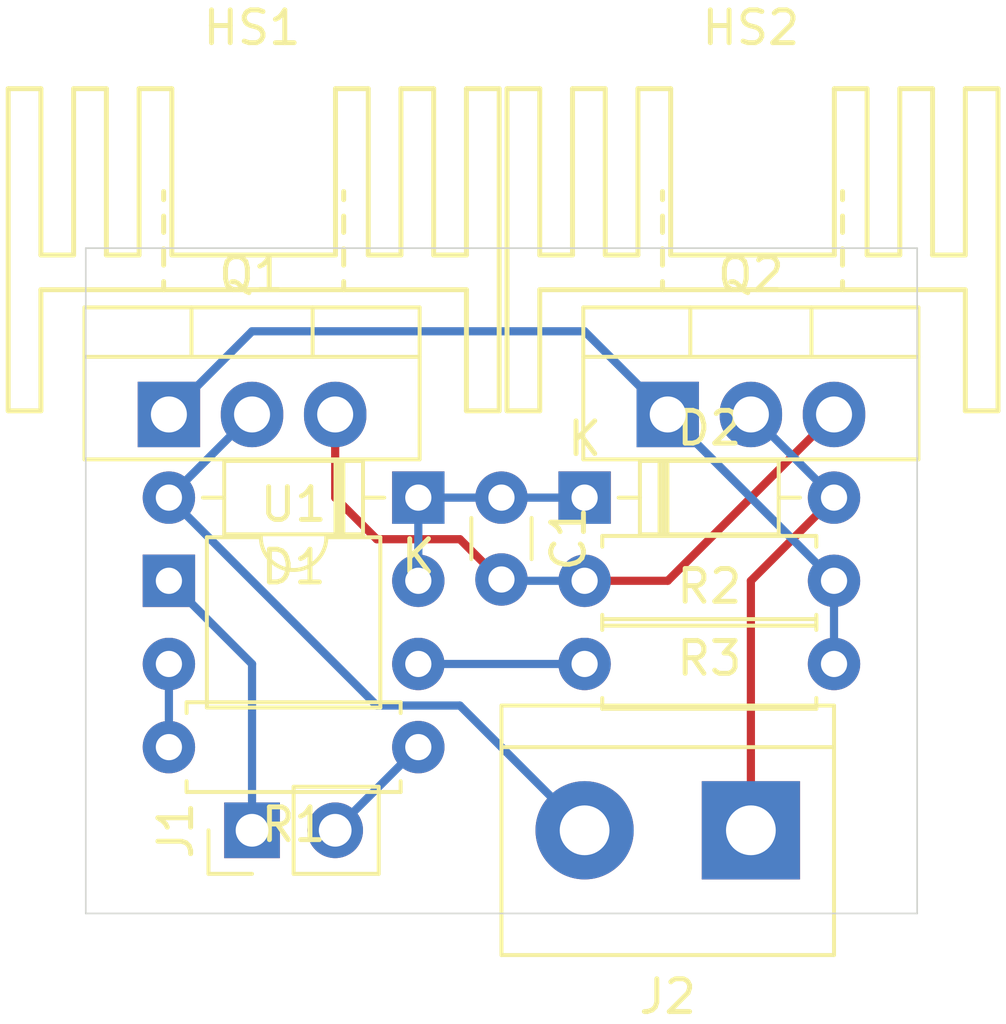
<source format=kicad_pcb>
(kicad_pcb (version 20171130) (host pcbnew "(5.1.4)-1")

  (general
    (thickness 1.6)
    (drawings 4)
    (tracks 31)
    (zones 0)
    (modules 13)
    (nets 10)
  )

  (page A4)
  (layers
    (0 F.Cu signal)
    (31 B.Cu signal)
    (32 B.Adhes user)
    (33 F.Adhes user)
    (34 B.Paste user)
    (35 F.Paste user)
    (36 B.SilkS user)
    (37 F.SilkS user)
    (38 B.Mask user)
    (39 F.Mask user)
    (40 Dwgs.User user)
    (41 Cmts.User user)
    (42 Eco1.User user)
    (43 Eco2.User user)
    (44 Edge.Cuts user)
    (45 Margin user)
    (46 B.CrtYd user)
    (47 F.CrtYd user)
    (48 B.Fab user)
    (49 F.Fab user)
  )

  (setup
    (last_trace_width 0.25)
    (trace_clearance 0.2)
    (zone_clearance 0.508)
    (zone_45_only no)
    (trace_min 0.2)
    (via_size 0.8)
    (via_drill 0.4)
    (via_min_size 0.4)
    (via_min_drill 0.3)
    (uvia_size 0.3)
    (uvia_drill 0.1)
    (uvias_allowed no)
    (uvia_min_size 0.2)
    (uvia_min_drill 0.1)
    (edge_width 0.05)
    (segment_width 0.2)
    (pcb_text_width 0.3)
    (pcb_text_size 1.5 1.5)
    (mod_edge_width 0.12)
    (mod_text_size 1 1)
    (mod_text_width 0.15)
    (pad_size 1.524 1.524)
    (pad_drill 0.762)
    (pad_to_mask_clearance 0.051)
    (solder_mask_min_width 0.25)
    (aux_axis_origin 0 0)
    (visible_elements 7FFFFFFF)
    (pcbplotparams
      (layerselection 0x010fc_ffffffff)
      (usegerberextensions false)
      (usegerberattributes false)
      (usegerberadvancedattributes false)
      (creategerberjobfile false)
      (excludeedgelayer true)
      (linewidth 0.100000)
      (plotframeref false)
      (viasonmask false)
      (mode 1)
      (useauxorigin false)
      (hpglpennumber 1)
      (hpglpenspeed 20)
      (hpglpendiameter 15.000000)
      (psnegative false)
      (psa4output false)
      (plotreference true)
      (plotvalue true)
      (plotinvisibletext false)
      (padsonsilk false)
      (subtractmaskfromsilk false)
      (outputformat 1)
      (mirror false)
      (drillshape 1)
      (scaleselection 1)
      (outputdirectory ""))
  )

  (net 0 "")
  (net 1 "Net-(R1-Pad2)")
  (net 2 "Net-(C1-Pad2)")
  (net 3 "Net-(C1-Pad1)")
  (net 4 /Output1)
  (net 5 /Output2)
  (net 6 /Input-)
  (net 7 /Input+)
  (net 8 "Net-(R2-Pad1)")
  (net 9 "Net-(Q1-Pad1)")

  (net_class Default "This is the default net class."
    (clearance 0.2)
    (trace_width 0.25)
    (via_dia 0.8)
    (via_drill 0.4)
    (uvia_dia 0.3)
    (uvia_drill 0.1)
    (add_net /Input+)
    (add_net /Input-)
    (add_net /Output1)
    (add_net /Output2)
    (add_net "Net-(C1-Pad1)")
    (add_net "Net-(C1-Pad2)")
    (add_net "Net-(Q1-Pad1)")
    (add_net "Net-(R1-Pad2)")
    (add_net "Net-(R2-Pad1)")
  )

  (module Capacitor_THT:C_Disc_D3.0mm_W1.6mm_P2.50mm (layer F.Cu) (tedit 5AE50EF0) (tstamp 5F2B85E8)
    (at 73.66 50.8 270)
    (descr "C, Disc series, Radial, pin pitch=2.50mm, , diameter*width=3.0*1.6mm^2, Capacitor, http://www.vishay.com/docs/45233/krseries.pdf")
    (tags "C Disc series Radial pin pitch 2.50mm  diameter 3.0mm width 1.6mm Capacitor")
    (path /5F54C315)
    (fp_text reference C1 (at 1.25 -2.05 90) (layer F.SilkS)
      (effects (font (size 1 1) (thickness 0.15)))
    )
    (fp_text value 0.1uF (at 1.25 2.05 90) (layer F.Fab)
      (effects (font (size 1 1) (thickness 0.15)))
    )
    (fp_text user %R (at 1.25 0 90) (layer F.Fab)
      (effects (font (size 0.6 0.6) (thickness 0.09)))
    )
    (fp_line (start 3.55 -1.05) (end -1.05 -1.05) (layer F.CrtYd) (width 0.05))
    (fp_line (start 3.55 1.05) (end 3.55 -1.05) (layer F.CrtYd) (width 0.05))
    (fp_line (start -1.05 1.05) (end 3.55 1.05) (layer F.CrtYd) (width 0.05))
    (fp_line (start -1.05 -1.05) (end -1.05 1.05) (layer F.CrtYd) (width 0.05))
    (fp_line (start 0.621 0.92) (end 1.879 0.92) (layer F.SilkS) (width 0.12))
    (fp_line (start 0.621 -0.92) (end 1.879 -0.92) (layer F.SilkS) (width 0.12))
    (fp_line (start 2.75 -0.8) (end -0.25 -0.8) (layer F.Fab) (width 0.1))
    (fp_line (start 2.75 0.8) (end 2.75 -0.8) (layer F.Fab) (width 0.1))
    (fp_line (start -0.25 0.8) (end 2.75 0.8) (layer F.Fab) (width 0.1))
    (fp_line (start -0.25 -0.8) (end -0.25 0.8) (layer F.Fab) (width 0.1))
    (pad 2 thru_hole circle (at 2.5 0 270) (size 1.6 1.6) (drill 0.8) (layers *.Cu *.Mask)
      (net 2 "Net-(C1-Pad2)"))
    (pad 1 thru_hole circle (at 0 0 270) (size 1.6 1.6) (drill 0.8) (layers *.Cu *.Mask)
      (net 3 "Net-(C1-Pad1)"))
    (model ${KISYS3DMOD}/Capacitor_THT.3dshapes/C_Disc_D3.0mm_W1.6mm_P2.50mm.wrl
      (at (xyz 0 0 0))
      (scale (xyz 1 1 1))
      (rotate (xyz 0 0 0))
    )
  )

  (module Package_TO_SOT_THT:TO-220-3_Vertical (layer F.Cu) (tedit 5AC8BA0D) (tstamp 5F2A22A5)
    (at 63.5 48.26)
    (descr "TO-220-3, Vertical, RM 2.54mm, see https://www.vishay.com/docs/66542/to-220-1.pdf")
    (tags "TO-220-3 Vertical RM 2.54mm")
    (path /5E28A0C2)
    (fp_text reference Q1 (at 2.54 -4.27) (layer F.SilkS)
      (effects (font (size 1 1) (thickness 0.15)))
    )
    (fp_text value RFP30N06LE (at 2.54 2.5) (layer F.Fab)
      (effects (font (size 1 1) (thickness 0.15)))
    )
    (fp_text user %R (at 2.54 -4.27) (layer F.Fab)
      (effects (font (size 1 1) (thickness 0.15)))
    )
    (fp_line (start 7.79 -3.4) (end -2.71 -3.4) (layer F.CrtYd) (width 0.05))
    (fp_line (start 7.79 1.51) (end 7.79 -3.4) (layer F.CrtYd) (width 0.05))
    (fp_line (start -2.71 1.51) (end 7.79 1.51) (layer F.CrtYd) (width 0.05))
    (fp_line (start -2.71 -3.4) (end -2.71 1.51) (layer F.CrtYd) (width 0.05))
    (fp_line (start 4.391 -3.27) (end 4.391 -1.76) (layer F.SilkS) (width 0.12))
    (fp_line (start 0.69 -3.27) (end 0.69 -1.76) (layer F.SilkS) (width 0.12))
    (fp_line (start -2.58 -1.76) (end 7.66 -1.76) (layer F.SilkS) (width 0.12))
    (fp_line (start 7.66 -3.27) (end 7.66 1.371) (layer F.SilkS) (width 0.12))
    (fp_line (start -2.58 -3.27) (end -2.58 1.371) (layer F.SilkS) (width 0.12))
    (fp_line (start -2.58 1.371) (end 7.66 1.371) (layer F.SilkS) (width 0.12))
    (fp_line (start -2.58 -3.27) (end 7.66 -3.27) (layer F.SilkS) (width 0.12))
    (fp_line (start 4.39 -3.15) (end 4.39 -1.88) (layer F.Fab) (width 0.1))
    (fp_line (start 0.69 -3.15) (end 0.69 -1.88) (layer F.Fab) (width 0.1))
    (fp_line (start -2.46 -1.88) (end 7.54 -1.88) (layer F.Fab) (width 0.1))
    (fp_line (start 7.54 -3.15) (end -2.46 -3.15) (layer F.Fab) (width 0.1))
    (fp_line (start 7.54 1.25) (end 7.54 -3.15) (layer F.Fab) (width 0.1))
    (fp_line (start -2.46 1.25) (end 7.54 1.25) (layer F.Fab) (width 0.1))
    (fp_line (start -2.46 -3.15) (end -2.46 1.25) (layer F.Fab) (width 0.1))
    (pad 3 thru_hole oval (at 5.08 0) (size 1.905 2) (drill 1.1) (layers *.Cu *.Mask)
      (net 2 "Net-(C1-Pad2)"))
    (pad 2 thru_hole oval (at 2.54 0) (size 1.905 2) (drill 1.1) (layers *.Cu *.Mask)
      (net 4 /Output1))
    (pad 1 thru_hole rect (at 0 0) (size 1.905 2) (drill 1.1) (layers *.Cu *.Mask)
      (net 9 "Net-(Q1-Pad1)"))
    (model ${KISYS3DMOD}/Package_TO_SOT_THT.3dshapes/TO-220-3_Vertical.wrl
      (at (xyz 0 0 0))
      (scale (xyz 1 1 1))
      (rotate (xyz 0 0 0))
    )
  )

  (module Diode_THT:D_DO-35_SOD27_P7.62mm_Horizontal (layer F.Cu) (tedit 5AE50CD5) (tstamp 5F2AFAE6)
    (at 76.2 50.8)
    (descr "Diode, DO-35_SOD27 series, Axial, Horizontal, pin pitch=7.62mm, , length*diameter=4*2mm^2, , http://www.diodes.com/_files/packages/DO-35.pdf")
    (tags "Diode DO-35_SOD27 series Axial Horizontal pin pitch 7.62mm  length 4mm diameter 2mm")
    (path /5F2B15F1)
    (fp_text reference D2 (at 3.81 -2.12) (layer F.SilkS)
      (effects (font (size 1 1) (thickness 0.15)))
    )
    (fp_text value 1N4148 (at 3.81 2.12) (layer F.Fab)
      (effects (font (size 1 1) (thickness 0.15)))
    )
    (fp_text user K (at 0 -1.8) (layer F.SilkS)
      (effects (font (size 1 1) (thickness 0.15)))
    )
    (fp_text user K (at 0 -1.8) (layer F.Fab)
      (effects (font (size 1 1) (thickness 0.15)))
    )
    (fp_text user %R (at 4.11 0) (layer F.Fab)
      (effects (font (size 0.8 0.8) (thickness 0.12)))
    )
    (fp_line (start 8.67 -1.25) (end -1.05 -1.25) (layer F.CrtYd) (width 0.05))
    (fp_line (start 8.67 1.25) (end 8.67 -1.25) (layer F.CrtYd) (width 0.05))
    (fp_line (start -1.05 1.25) (end 8.67 1.25) (layer F.CrtYd) (width 0.05))
    (fp_line (start -1.05 -1.25) (end -1.05 1.25) (layer F.CrtYd) (width 0.05))
    (fp_line (start 2.29 -1.12) (end 2.29 1.12) (layer F.SilkS) (width 0.12))
    (fp_line (start 2.53 -1.12) (end 2.53 1.12) (layer F.SilkS) (width 0.12))
    (fp_line (start 2.41 -1.12) (end 2.41 1.12) (layer F.SilkS) (width 0.12))
    (fp_line (start 6.58 0) (end 5.93 0) (layer F.SilkS) (width 0.12))
    (fp_line (start 1.04 0) (end 1.69 0) (layer F.SilkS) (width 0.12))
    (fp_line (start 5.93 -1.12) (end 1.69 -1.12) (layer F.SilkS) (width 0.12))
    (fp_line (start 5.93 1.12) (end 5.93 -1.12) (layer F.SilkS) (width 0.12))
    (fp_line (start 1.69 1.12) (end 5.93 1.12) (layer F.SilkS) (width 0.12))
    (fp_line (start 1.69 -1.12) (end 1.69 1.12) (layer F.SilkS) (width 0.12))
    (fp_line (start 2.31 -1) (end 2.31 1) (layer F.Fab) (width 0.1))
    (fp_line (start 2.51 -1) (end 2.51 1) (layer F.Fab) (width 0.1))
    (fp_line (start 2.41 -1) (end 2.41 1) (layer F.Fab) (width 0.1))
    (fp_line (start 7.62 0) (end 5.81 0) (layer F.Fab) (width 0.1))
    (fp_line (start 0 0) (end 1.81 0) (layer F.Fab) (width 0.1))
    (fp_line (start 5.81 -1) (end 1.81 -1) (layer F.Fab) (width 0.1))
    (fp_line (start 5.81 1) (end 5.81 -1) (layer F.Fab) (width 0.1))
    (fp_line (start 1.81 1) (end 5.81 1) (layer F.Fab) (width 0.1))
    (fp_line (start 1.81 -1) (end 1.81 1) (layer F.Fab) (width 0.1))
    (pad 2 thru_hole oval (at 7.62 0) (size 1.6 1.6) (drill 0.8) (layers *.Cu *.Mask)
      (net 5 /Output2))
    (pad 1 thru_hole rect (at 0 0) (size 1.6 1.6) (drill 0.8) (layers *.Cu *.Mask)
      (net 3 "Net-(C1-Pad1)"))
    (model ${KISYS3DMOD}/Diode_THT.3dshapes/D_DO-35_SOD27_P7.62mm_Horizontal.wrl
      (at (xyz 0 0 0))
      (scale (xyz 1 1 1))
      (rotate (xyz 0 0 0))
    )
  )

  (module Diode_THT:D_DO-35_SOD27_P7.62mm_Horizontal (layer F.Cu) (tedit 5AE50CD5) (tstamp 5F2AFAC7)
    (at 71.12 50.8 180)
    (descr "Diode, DO-35_SOD27 series, Axial, Horizontal, pin pitch=7.62mm, , length*diameter=4*2mm^2, , http://www.diodes.com/_files/packages/DO-35.pdf")
    (tags "Diode DO-35_SOD27 series Axial Horizontal pin pitch 7.62mm  length 4mm diameter 2mm")
    (path /5F2B4159)
    (fp_text reference D1 (at 3.81 -2.12) (layer F.SilkS)
      (effects (font (size 1 1) (thickness 0.15)))
    )
    (fp_text value 1N4148 (at 3.81 2.12) (layer F.Fab)
      (effects (font (size 1 1) (thickness 0.15)))
    )
    (fp_line (start 1.81 -1) (end 1.81 1) (layer F.Fab) (width 0.1))
    (fp_line (start 1.81 1) (end 5.81 1) (layer F.Fab) (width 0.1))
    (fp_line (start 5.81 1) (end 5.81 -1) (layer F.Fab) (width 0.1))
    (fp_line (start 5.81 -1) (end 1.81 -1) (layer F.Fab) (width 0.1))
    (fp_line (start 0 0) (end 1.81 0) (layer F.Fab) (width 0.1))
    (fp_line (start 7.62 0) (end 5.81 0) (layer F.Fab) (width 0.1))
    (fp_line (start 2.41 -1) (end 2.41 1) (layer F.Fab) (width 0.1))
    (fp_line (start 2.51 -1) (end 2.51 1) (layer F.Fab) (width 0.1))
    (fp_line (start 2.31 -1) (end 2.31 1) (layer F.Fab) (width 0.1))
    (fp_line (start 1.69 -1.12) (end 1.69 1.12) (layer F.SilkS) (width 0.12))
    (fp_line (start 1.69 1.12) (end 5.93 1.12) (layer F.SilkS) (width 0.12))
    (fp_line (start 5.93 1.12) (end 5.93 -1.12) (layer F.SilkS) (width 0.12))
    (fp_line (start 5.93 -1.12) (end 1.69 -1.12) (layer F.SilkS) (width 0.12))
    (fp_line (start 1.04 0) (end 1.69 0) (layer F.SilkS) (width 0.12))
    (fp_line (start 6.58 0) (end 5.93 0) (layer F.SilkS) (width 0.12))
    (fp_line (start 2.41 -1.12) (end 2.41 1.12) (layer F.SilkS) (width 0.12))
    (fp_line (start 2.53 -1.12) (end 2.53 1.12) (layer F.SilkS) (width 0.12))
    (fp_line (start 2.29 -1.12) (end 2.29 1.12) (layer F.SilkS) (width 0.12))
    (fp_line (start -1.05 -1.25) (end -1.05 1.25) (layer F.CrtYd) (width 0.05))
    (fp_line (start -1.05 1.25) (end 8.67 1.25) (layer F.CrtYd) (width 0.05))
    (fp_line (start 8.67 1.25) (end 8.67 -1.25) (layer F.CrtYd) (width 0.05))
    (fp_line (start 8.67 -1.25) (end -1.05 -1.25) (layer F.CrtYd) (width 0.05))
    (fp_text user %R (at 4.11 0) (layer F.Fab)
      (effects (font (size 0.8 0.8) (thickness 0.12)))
    )
    (fp_text user K (at 0 -1.8) (layer F.Fab)
      (effects (font (size 1 1) (thickness 0.15)))
    )
    (fp_text user K (at 0 -1.8) (layer F.SilkS)
      (effects (font (size 1 1) (thickness 0.15)))
    )
    (pad 1 thru_hole rect (at 0 0 180) (size 1.6 1.6) (drill 0.8) (layers *.Cu *.Mask)
      (net 3 "Net-(C1-Pad1)"))
    (pad 2 thru_hole oval (at 7.62 0 180) (size 1.6 1.6) (drill 0.8) (layers *.Cu *.Mask)
      (net 4 /Output1))
    (model ${KISYS3DMOD}/Diode_THT.3dshapes/D_DO-35_SOD27_P7.62mm_Horizontal.wrl
      (at (xyz 0 0 0))
      (scale (xyz 1 1 1))
      (rotate (xyz 0 0 0))
    )
  )

  (module Package_DIP:DIP-4_W7.62mm (layer F.Cu) (tedit 5A02E8C5) (tstamp 5F2A231C)
    (at 63.5 53.34)
    (descr "4-lead though-hole mounted DIP package, row spacing 7.62 mm (300 mils)")
    (tags "THT DIP DIL PDIP 2.54mm 7.62mm 300mil")
    (path /5E1D4E24)
    (fp_text reference U1 (at 3.81 -2.33) (layer F.SilkS)
      (effects (font (size 1 1) (thickness 0.15)))
    )
    (fp_text value PC817 (at 3.81 4.87) (layer F.Fab)
      (effects (font (size 1 1) (thickness 0.15)))
    )
    (fp_arc (start 3.81 -1.33) (end 2.81 -1.33) (angle -180) (layer F.SilkS) (width 0.12))
    (fp_line (start 1.635 -1.27) (end 6.985 -1.27) (layer F.Fab) (width 0.1))
    (fp_line (start 6.985 -1.27) (end 6.985 3.81) (layer F.Fab) (width 0.1))
    (fp_line (start 6.985 3.81) (end 0.635 3.81) (layer F.Fab) (width 0.1))
    (fp_line (start 0.635 3.81) (end 0.635 -0.27) (layer F.Fab) (width 0.1))
    (fp_line (start 0.635 -0.27) (end 1.635 -1.27) (layer F.Fab) (width 0.1))
    (fp_line (start 2.81 -1.33) (end 1.16 -1.33) (layer F.SilkS) (width 0.12))
    (fp_line (start 1.16 -1.33) (end 1.16 3.87) (layer F.SilkS) (width 0.12))
    (fp_line (start 1.16 3.87) (end 6.46 3.87) (layer F.SilkS) (width 0.12))
    (fp_line (start 6.46 3.87) (end 6.46 -1.33) (layer F.SilkS) (width 0.12))
    (fp_line (start 6.46 -1.33) (end 4.81 -1.33) (layer F.SilkS) (width 0.12))
    (fp_line (start -1.1 -1.55) (end -1.1 4.1) (layer F.CrtYd) (width 0.05))
    (fp_line (start -1.1 4.1) (end 8.7 4.1) (layer F.CrtYd) (width 0.05))
    (fp_line (start 8.7 4.1) (end 8.7 -1.55) (layer F.CrtYd) (width 0.05))
    (fp_line (start 8.7 -1.55) (end -1.1 -1.55) (layer F.CrtYd) (width 0.05))
    (fp_text user %R (at 3.81 1.27) (layer F.Fab)
      (effects (font (size 1 1) (thickness 0.15)))
    )
    (pad 1 thru_hole rect (at 0 0) (size 1.6 1.6) (drill 0.8) (layers *.Cu *.Mask)
      (net 7 /Input+))
    (pad 3 thru_hole oval (at 7.62 2.54) (size 1.6 1.6) (drill 0.8) (layers *.Cu *.Mask)
      (net 8 "Net-(R2-Pad1)"))
    (pad 2 thru_hole oval (at 0 2.54) (size 1.6 1.6) (drill 0.8) (layers *.Cu *.Mask)
      (net 1 "Net-(R1-Pad2)"))
    (pad 4 thru_hole oval (at 7.62 0) (size 1.6 1.6) (drill 0.8) (layers *.Cu *.Mask)
      (net 3 "Net-(C1-Pad1)"))
    (model ${KISYS3DMOD}/Package_DIP.3dshapes/DIP-4_W7.62mm.wrl
      (at (xyz 0 0 0))
      (scale (xyz 1 1 1))
      (rotate (xyz 0 0 0))
    )
  )

  (module Resistor_THT:R_Axial_DIN0207_L6.3mm_D2.5mm_P7.62mm_Horizontal (layer F.Cu) (tedit 5AE5139B) (tstamp 5F2A2304)
    (at 83.82 53.34 180)
    (descr "Resistor, Axial_DIN0207 series, Axial, Horizontal, pin pitch=7.62mm, 0.25W = 1/4W, length*diameter=6.3*2.5mm^2, http://cdn-reichelt.de/documents/datenblatt/B400/1_4W%23YAG.pdf")
    (tags "Resistor Axial_DIN0207 series Axial Horizontal pin pitch 7.62mm 0.25W = 1/4W length 6.3mm diameter 2.5mm")
    (path /5E23BD53)
    (fp_text reference R3 (at 3.81 -2.37) (layer F.SilkS)
      (effects (font (size 1 1) (thickness 0.15)))
    )
    (fp_text value 10K (at 3.81 2.37) (layer F.Fab)
      (effects (font (size 1 1) (thickness 0.15)))
    )
    (fp_line (start 0.66 -1.25) (end 0.66 1.25) (layer F.Fab) (width 0.1))
    (fp_line (start 0.66 1.25) (end 6.96 1.25) (layer F.Fab) (width 0.1))
    (fp_line (start 6.96 1.25) (end 6.96 -1.25) (layer F.Fab) (width 0.1))
    (fp_line (start 6.96 -1.25) (end 0.66 -1.25) (layer F.Fab) (width 0.1))
    (fp_line (start 0 0) (end 0.66 0) (layer F.Fab) (width 0.1))
    (fp_line (start 7.62 0) (end 6.96 0) (layer F.Fab) (width 0.1))
    (fp_line (start 0.54 -1.04) (end 0.54 -1.37) (layer F.SilkS) (width 0.12))
    (fp_line (start 0.54 -1.37) (end 7.08 -1.37) (layer F.SilkS) (width 0.12))
    (fp_line (start 7.08 -1.37) (end 7.08 -1.04) (layer F.SilkS) (width 0.12))
    (fp_line (start 0.54 1.04) (end 0.54 1.37) (layer F.SilkS) (width 0.12))
    (fp_line (start 0.54 1.37) (end 7.08 1.37) (layer F.SilkS) (width 0.12))
    (fp_line (start 7.08 1.37) (end 7.08 1.04) (layer F.SilkS) (width 0.12))
    (fp_line (start -1.05 -1.5) (end -1.05 1.5) (layer F.CrtYd) (width 0.05))
    (fp_line (start -1.05 1.5) (end 8.67 1.5) (layer F.CrtYd) (width 0.05))
    (fp_line (start 8.67 1.5) (end 8.67 -1.5) (layer F.CrtYd) (width 0.05))
    (fp_line (start 8.67 -1.5) (end -1.05 -1.5) (layer F.CrtYd) (width 0.05))
    (fp_text user %R (at 3.81 0) (layer F.Fab)
      (effects (font (size 1 1) (thickness 0.15)))
    )
    (pad 1 thru_hole circle (at 0 0 180) (size 1.6 1.6) (drill 0.8) (layers *.Cu *.Mask)
      (net 9 "Net-(Q1-Pad1)"))
    (pad 2 thru_hole oval (at 7.62 0 180) (size 1.6 1.6) (drill 0.8) (layers *.Cu *.Mask)
      (net 2 "Net-(C1-Pad2)"))
    (model ${KISYS3DMOD}/Resistor_THT.3dshapes/R_Axial_DIN0207_L6.3mm_D2.5mm_P7.62mm_Horizontal.wrl
      (at (xyz 0 0 0))
      (scale (xyz 1 1 1))
      (rotate (xyz 0 0 0))
    )
  )

  (module Resistor_THT:R_Axial_DIN0207_L6.3mm_D2.5mm_P7.62mm_Horizontal (layer F.Cu) (tedit 5AE5139B) (tstamp 5F2A22ED)
    (at 76.2 55.88)
    (descr "Resistor, Axial_DIN0207 series, Axial, Horizontal, pin pitch=7.62mm, 0.25W = 1/4W, length*diameter=6.3*2.5mm^2, http://cdn-reichelt.de/documents/datenblatt/B400/1_4W%23YAG.pdf")
    (tags "Resistor Axial_DIN0207 series Axial Horizontal pin pitch 7.62mm 0.25W = 1/4W length 6.3mm diameter 2.5mm")
    (path /5F4C3498)
    (fp_text reference R2 (at 3.81 -2.37) (layer F.SilkS)
      (effects (font (size 1 1) (thickness 0.15)))
    )
    (fp_text value 10K (at 3.81 2.37) (layer F.Fab)
      (effects (font (size 1 1) (thickness 0.15)))
    )
    (fp_text user %R (at 3.81 0) (layer F.Fab)
      (effects (font (size 1 1) (thickness 0.15)))
    )
    (fp_line (start 8.67 -1.5) (end -1.05 -1.5) (layer F.CrtYd) (width 0.05))
    (fp_line (start 8.67 1.5) (end 8.67 -1.5) (layer F.CrtYd) (width 0.05))
    (fp_line (start -1.05 1.5) (end 8.67 1.5) (layer F.CrtYd) (width 0.05))
    (fp_line (start -1.05 -1.5) (end -1.05 1.5) (layer F.CrtYd) (width 0.05))
    (fp_line (start 7.08 1.37) (end 7.08 1.04) (layer F.SilkS) (width 0.12))
    (fp_line (start 0.54 1.37) (end 7.08 1.37) (layer F.SilkS) (width 0.12))
    (fp_line (start 0.54 1.04) (end 0.54 1.37) (layer F.SilkS) (width 0.12))
    (fp_line (start 7.08 -1.37) (end 7.08 -1.04) (layer F.SilkS) (width 0.12))
    (fp_line (start 0.54 -1.37) (end 7.08 -1.37) (layer F.SilkS) (width 0.12))
    (fp_line (start 0.54 -1.04) (end 0.54 -1.37) (layer F.SilkS) (width 0.12))
    (fp_line (start 7.62 0) (end 6.96 0) (layer F.Fab) (width 0.1))
    (fp_line (start 0 0) (end 0.66 0) (layer F.Fab) (width 0.1))
    (fp_line (start 6.96 -1.25) (end 0.66 -1.25) (layer F.Fab) (width 0.1))
    (fp_line (start 6.96 1.25) (end 6.96 -1.25) (layer F.Fab) (width 0.1))
    (fp_line (start 0.66 1.25) (end 6.96 1.25) (layer F.Fab) (width 0.1))
    (fp_line (start 0.66 -1.25) (end 0.66 1.25) (layer F.Fab) (width 0.1))
    (pad 2 thru_hole oval (at 7.62 0) (size 1.6 1.6) (drill 0.8) (layers *.Cu *.Mask)
      (net 9 "Net-(Q1-Pad1)"))
    (pad 1 thru_hole circle (at 0 0) (size 1.6 1.6) (drill 0.8) (layers *.Cu *.Mask)
      (net 8 "Net-(R2-Pad1)"))
    (model ${KISYS3DMOD}/Resistor_THT.3dshapes/R_Axial_DIN0207_L6.3mm_D2.5mm_P7.62mm_Horizontal.wrl
      (at (xyz 0 0 0))
      (scale (xyz 1 1 1))
      (rotate (xyz 0 0 0))
    )
  )

  (module Resistor_THT:R_Axial_DIN0207_L6.3mm_D2.5mm_P7.62mm_Horizontal (layer F.Cu) (tedit 5AE5139B) (tstamp 5F2A22D6)
    (at 71.12 58.42 180)
    (descr "Resistor, Axial_DIN0207 series, Axial, Horizontal, pin pitch=7.62mm, 0.25W = 1/4W, length*diameter=6.3*2.5mm^2, http://cdn-reichelt.de/documents/datenblatt/B400/1_4W%23YAG.pdf")
    (tags "Resistor Axial_DIN0207 series Axial Horizontal pin pitch 7.62mm 0.25W = 1/4W length 6.3mm diameter 2.5mm")
    (path /5E0DC36B)
    (fp_text reference R1 (at 3.81 -2.37) (layer F.SilkS)
      (effects (font (size 1 1) (thickness 0.15)))
    )
    (fp_text value 1K (at 3.81 2.37) (layer F.Fab)
      (effects (font (size 1 1) (thickness 0.15)))
    )
    (fp_text user %R (at 3.81 0) (layer F.Fab)
      (effects (font (size 1 1) (thickness 0.15)))
    )
    (fp_line (start 8.67 -1.5) (end -1.05 -1.5) (layer F.CrtYd) (width 0.05))
    (fp_line (start 8.67 1.5) (end 8.67 -1.5) (layer F.CrtYd) (width 0.05))
    (fp_line (start -1.05 1.5) (end 8.67 1.5) (layer F.CrtYd) (width 0.05))
    (fp_line (start -1.05 -1.5) (end -1.05 1.5) (layer F.CrtYd) (width 0.05))
    (fp_line (start 7.08 1.37) (end 7.08 1.04) (layer F.SilkS) (width 0.12))
    (fp_line (start 0.54 1.37) (end 7.08 1.37) (layer F.SilkS) (width 0.12))
    (fp_line (start 0.54 1.04) (end 0.54 1.37) (layer F.SilkS) (width 0.12))
    (fp_line (start 7.08 -1.37) (end 7.08 -1.04) (layer F.SilkS) (width 0.12))
    (fp_line (start 0.54 -1.37) (end 7.08 -1.37) (layer F.SilkS) (width 0.12))
    (fp_line (start 0.54 -1.04) (end 0.54 -1.37) (layer F.SilkS) (width 0.12))
    (fp_line (start 7.62 0) (end 6.96 0) (layer F.Fab) (width 0.1))
    (fp_line (start 0 0) (end 0.66 0) (layer F.Fab) (width 0.1))
    (fp_line (start 6.96 -1.25) (end 0.66 -1.25) (layer F.Fab) (width 0.1))
    (fp_line (start 6.96 1.25) (end 6.96 -1.25) (layer F.Fab) (width 0.1))
    (fp_line (start 0.66 1.25) (end 6.96 1.25) (layer F.Fab) (width 0.1))
    (fp_line (start 0.66 -1.25) (end 0.66 1.25) (layer F.Fab) (width 0.1))
    (pad 2 thru_hole oval (at 7.62 0 180) (size 1.6 1.6) (drill 0.8) (layers *.Cu *.Mask)
      (net 1 "Net-(R1-Pad2)"))
    (pad 1 thru_hole circle (at 0 0 180) (size 1.6 1.6) (drill 0.8) (layers *.Cu *.Mask)
      (net 6 /Input-))
    (model ${KISYS3DMOD}/Resistor_THT.3dshapes/R_Axial_DIN0207_L6.3mm_D2.5mm_P7.62mm_Horizontal.wrl
      (at (xyz 0 0 0))
      (scale (xyz 1 1 1))
      (rotate (xyz 0 0 0))
    )
  )

  (module Package_TO_SOT_THT:TO-220-3_Vertical (layer F.Cu) (tedit 5AC8BA0D) (tstamp 5F2A22BF)
    (at 78.74 48.26)
    (descr "TO-220-3, Vertical, RM 2.54mm, see https://www.vishay.com/docs/66542/to-220-1.pdf")
    (tags "TO-220-3 Vertical RM 2.54mm")
    (path /5E284FCA)
    (fp_text reference Q2 (at 2.54 -4.27) (layer F.SilkS)
      (effects (font (size 1 1) (thickness 0.15)))
    )
    (fp_text value RFP30N06LE (at 2.54 2.5) (layer F.Fab)
      (effects (font (size 1 1) (thickness 0.15)))
    )
    (fp_text user %R (at 2.54 -4.27) (layer F.Fab)
      (effects (font (size 1 1) (thickness 0.15)))
    )
    (fp_line (start 7.79 -3.4) (end -2.71 -3.4) (layer F.CrtYd) (width 0.05))
    (fp_line (start 7.79 1.51) (end 7.79 -3.4) (layer F.CrtYd) (width 0.05))
    (fp_line (start -2.71 1.51) (end 7.79 1.51) (layer F.CrtYd) (width 0.05))
    (fp_line (start -2.71 -3.4) (end -2.71 1.51) (layer F.CrtYd) (width 0.05))
    (fp_line (start 4.391 -3.27) (end 4.391 -1.76) (layer F.SilkS) (width 0.12))
    (fp_line (start 0.69 -3.27) (end 0.69 -1.76) (layer F.SilkS) (width 0.12))
    (fp_line (start -2.58 -1.76) (end 7.66 -1.76) (layer F.SilkS) (width 0.12))
    (fp_line (start 7.66 -3.27) (end 7.66 1.371) (layer F.SilkS) (width 0.12))
    (fp_line (start -2.58 -3.27) (end -2.58 1.371) (layer F.SilkS) (width 0.12))
    (fp_line (start -2.58 1.371) (end 7.66 1.371) (layer F.SilkS) (width 0.12))
    (fp_line (start -2.58 -3.27) (end 7.66 -3.27) (layer F.SilkS) (width 0.12))
    (fp_line (start 4.39 -3.15) (end 4.39 -1.88) (layer F.Fab) (width 0.1))
    (fp_line (start 0.69 -3.15) (end 0.69 -1.88) (layer F.Fab) (width 0.1))
    (fp_line (start -2.46 -1.88) (end 7.54 -1.88) (layer F.Fab) (width 0.1))
    (fp_line (start 7.54 -3.15) (end -2.46 -3.15) (layer F.Fab) (width 0.1))
    (fp_line (start 7.54 1.25) (end 7.54 -3.15) (layer F.Fab) (width 0.1))
    (fp_line (start -2.46 1.25) (end 7.54 1.25) (layer F.Fab) (width 0.1))
    (fp_line (start -2.46 -3.15) (end -2.46 1.25) (layer F.Fab) (width 0.1))
    (pad 3 thru_hole oval (at 5.08 0) (size 1.905 2) (drill 1.1) (layers *.Cu *.Mask)
      (net 2 "Net-(C1-Pad2)"))
    (pad 2 thru_hole oval (at 2.54 0) (size 1.905 2) (drill 1.1) (layers *.Cu *.Mask)
      (net 5 /Output2))
    (pad 1 thru_hole rect (at 0 0) (size 1.905 2) (drill 1.1) (layers *.Cu *.Mask)
      (net 9 "Net-(Q1-Pad1)"))
    (model ${KISYS3DMOD}/Package_TO_SOT_THT.3dshapes/TO-220-3_Vertical.wrl
      (at (xyz 0 0 0))
      (scale (xyz 1 1 1))
      (rotate (xyz 0 0 0))
    )
  )

  (module TerminalBlock:TerminalBlock_bornier-2_P5.08mm (layer F.Cu) (tedit 59FF03AB) (tstamp 5F2A228B)
    (at 81.28 60.96 180)
    (descr "simple 2-pin terminal block, pitch 5.08mm, revamped version of bornier2")
    (tags "terminal block bornier2")
    (path /5E0F4C5B)
    (fp_text reference J2 (at 2.54 -5.08) (layer F.SilkS)
      (effects (font (size 1 1) (thickness 0.15)))
    )
    (fp_text value Output (at 2.54 5.08) (layer F.Fab)
      (effects (font (size 1 1) (thickness 0.15)))
    )
    (fp_text user %R (at 2.54 0) (layer F.Fab)
      (effects (font (size 1 1) (thickness 0.15)))
    )
    (fp_line (start -2.41 2.55) (end 7.49 2.55) (layer F.Fab) (width 0.1))
    (fp_line (start -2.46 -3.75) (end -2.46 3.75) (layer F.Fab) (width 0.1))
    (fp_line (start -2.46 3.75) (end 7.54 3.75) (layer F.Fab) (width 0.1))
    (fp_line (start 7.54 3.75) (end 7.54 -3.75) (layer F.Fab) (width 0.1))
    (fp_line (start 7.54 -3.75) (end -2.46 -3.75) (layer F.Fab) (width 0.1))
    (fp_line (start 7.62 2.54) (end -2.54 2.54) (layer F.SilkS) (width 0.12))
    (fp_line (start 7.62 3.81) (end 7.62 -3.81) (layer F.SilkS) (width 0.12))
    (fp_line (start 7.62 -3.81) (end -2.54 -3.81) (layer F.SilkS) (width 0.12))
    (fp_line (start -2.54 -3.81) (end -2.54 3.81) (layer F.SilkS) (width 0.12))
    (fp_line (start -2.54 3.81) (end 7.62 3.81) (layer F.SilkS) (width 0.12))
    (fp_line (start -2.71 -4) (end 7.79 -4) (layer F.CrtYd) (width 0.05))
    (fp_line (start -2.71 -4) (end -2.71 4) (layer F.CrtYd) (width 0.05))
    (fp_line (start 7.79 4) (end 7.79 -4) (layer F.CrtYd) (width 0.05))
    (fp_line (start 7.79 4) (end -2.71 4) (layer F.CrtYd) (width 0.05))
    (pad 1 thru_hole rect (at 0 0 180) (size 3 3) (drill 1.52) (layers *.Cu *.Mask)
      (net 5 /Output2))
    (pad 2 thru_hole circle (at 5.08 0 180) (size 3 3) (drill 1.52) (layers *.Cu *.Mask)
      (net 4 /Output1))
    (model ${KISYS3DMOD}/TerminalBlock.3dshapes/TerminalBlock_bornier-2_P5.08mm.wrl
      (offset (xyz 2.539999961853027 0 0))
      (scale (xyz 1 1 1))
      (rotate (xyz 0 0 0))
    )
  )

  (module Connector_PinHeader_2.54mm:PinHeader_1x02_P2.54mm_Vertical (layer F.Cu) (tedit 59FED5CC) (tstamp 5F2A2276)
    (at 66.04 60.96 90)
    (descr "Through hole straight pin header, 1x02, 2.54mm pitch, single row")
    (tags "Through hole pin header THT 1x02 2.54mm single row")
    (path /5E0F7ADE)
    (fp_text reference J1 (at 0 -2.33 90) (layer F.SilkS)
      (effects (font (size 1 1) (thickness 0.15)))
    )
    (fp_text value Input (at 0 4.87 90) (layer F.Fab)
      (effects (font (size 1 1) (thickness 0.15)))
    )
    (fp_text user %R (at 0 1.27) (layer F.Fab)
      (effects (font (size 1 1) (thickness 0.15)))
    )
    (fp_line (start 1.8 -1.8) (end -1.8 -1.8) (layer F.CrtYd) (width 0.05))
    (fp_line (start 1.8 4.35) (end 1.8 -1.8) (layer F.CrtYd) (width 0.05))
    (fp_line (start -1.8 4.35) (end 1.8 4.35) (layer F.CrtYd) (width 0.05))
    (fp_line (start -1.8 -1.8) (end -1.8 4.35) (layer F.CrtYd) (width 0.05))
    (fp_line (start -1.33 -1.33) (end 0 -1.33) (layer F.SilkS) (width 0.12))
    (fp_line (start -1.33 0) (end -1.33 -1.33) (layer F.SilkS) (width 0.12))
    (fp_line (start -1.33 1.27) (end 1.33 1.27) (layer F.SilkS) (width 0.12))
    (fp_line (start 1.33 1.27) (end 1.33 3.87) (layer F.SilkS) (width 0.12))
    (fp_line (start -1.33 1.27) (end -1.33 3.87) (layer F.SilkS) (width 0.12))
    (fp_line (start -1.33 3.87) (end 1.33 3.87) (layer F.SilkS) (width 0.12))
    (fp_line (start -1.27 -0.635) (end -0.635 -1.27) (layer F.Fab) (width 0.1))
    (fp_line (start -1.27 3.81) (end -1.27 -0.635) (layer F.Fab) (width 0.1))
    (fp_line (start 1.27 3.81) (end -1.27 3.81) (layer F.Fab) (width 0.1))
    (fp_line (start 1.27 -1.27) (end 1.27 3.81) (layer F.Fab) (width 0.1))
    (fp_line (start -0.635 -1.27) (end 1.27 -1.27) (layer F.Fab) (width 0.1))
    (pad 2 thru_hole oval (at 0 2.54 90) (size 1.7 1.7) (drill 1) (layers *.Cu *.Mask)
      (net 6 /Input-))
    (pad 1 thru_hole rect (at 0 0 90) (size 1.7 1.7) (drill 1) (layers *.Cu *.Mask)
      (net 7 /Input+))
    (model ${KISYS3DMOD}/Connector_PinHeader_2.54mm.3dshapes/PinHeader_1x02_P2.54mm_Vertical.wrl
      (at (xyz 0 0 0))
      (scale (xyz 1 1 1))
      (rotate (xyz 0 0 0))
    )
  )

  (module Power:Heatsink_TO220_15x10mm (layer F.Cu) (tedit 5E462F9E) (tstamp 5F2A2260)
    (at 81.28 44.45)
    (descr "Heatsink TO220")
    (tags heatsink)
    (path /5E47E6AC)
    (fp_text reference HS2 (at 0 -8) (layer F.SilkS)
      (effects (font (size 1 1) (thickness 0.15)))
    )
    (fp_text value Heatsink (at 0 6) (layer F.Fab)
      (effects (font (size 1 1) (thickness 0.15)))
    )
    (fp_text user %R (at 0 2) (layer F.Fab)
      (effects (font (size 1 1) (thickness 0.15)))
    )
    (fp_line (start 2.8 -2.75) (end 2.8 -3) (layer F.SilkS) (width 0.15))
    (fp_line (start -2.7 -2.75) (end -2.7 -3) (layer F.SilkS) (width 0.15))
    (fp_line (start -2.7 -0.25) (end -2.7 0) (layer F.SilkS) (width 0.15))
    (fp_line (start 2.8 -0.25) (end 2.8 0) (layer F.SilkS) (width 0.15))
    (fp_line (start 2.8 -1.25) (end 2.8 -0.75) (layer F.SilkS) (width 0.15))
    (fp_line (start 2.8 -2.25) (end 2.8 -1.75) (layer F.SilkS) (width 0.15))
    (fp_line (start -2.7 -1.25) (end -2.7 -0.75) (layer F.SilkS) (width 0.15))
    (fp_line (start -2.7 -2.25) (end -2.7 -1.75) (layer F.SilkS) (width 0.15))
    (fp_line (start -6.45 -1.06) (end -5.45 -1.06) (layer F.SilkS) (width 0.15))
    (fp_line (start -7.45 -6.14) (end -6.45 -6.14) (layer F.SilkS) (width 0.15))
    (fp_line (start -7.45 -6.14) (end -7.45 3.7) (layer F.SilkS) (width 0.15))
    (fp_line (start -6.45 -6.14) (end -6.45 -1.06) (layer F.SilkS) (width 0.15))
    (fp_line (start -7.65 3.9) (end -7.65 -6.35) (layer F.Fab) (width 0.1))
    (fp_line (start -7.65 -6.35) (end -6.25 -6.35) (layer F.Fab) (width 0.1))
    (fp_line (start -6.25 -6.35) (end -6.25 -1.25) (layer F.Fab) (width 0.1))
    (fp_line (start -6.25 -1.25) (end -5.65 -1.25) (layer F.Fab) (width 0.1))
    (fp_line (start -5.45 -6.14) (end -5.45 -1.06) (layer F.SilkS) (width 0.15))
    (fp_line (start -4.45 -6.14) (end -4.45 -1.06) (layer F.SilkS) (width 0.15))
    (fp_line (start -4.25 -6.35) (end -4.25 -1.25) (layer F.Fab) (width 0.1))
    (fp_line (start -5.65 -6.35) (end -4.25 -6.35) (layer F.Fab) (width 0.1))
    (fp_line (start -5.65 -1.25) (end -5.65 -6.35) (layer F.Fab) (width 0.1))
    (fp_line (start -5.45 -6.14) (end -4.45 -6.14) (layer F.SilkS) (width 0.15))
    (fp_line (start -4.45 -1.06) (end -3.45 -1.06) (layer F.SilkS) (width 0.15))
    (fp_line (start -4.25 -1.25) (end -3.65 -1.25) (layer F.Fab) (width 0.1))
    (fp_line (start -3.45 -6.14) (end -3.45 -1.06) (layer F.SilkS) (width 0.15))
    (fp_line (start -3.65 -6.35) (end -2.25 -6.35) (layer F.Fab) (width 0.1))
    (fp_line (start -2.45 -6.14) (end -2.45 -1.06) (layer F.SilkS) (width 0.15))
    (fp_line (start -2.25 -6.35) (end -2.25 -1.25) (layer F.Fab) (width 0.1))
    (fp_line (start -3.45 -6.14) (end -2.45 -6.14) (layer F.SilkS) (width 0.15))
    (fp_line (start -3.65 -1.25) (end -3.65 -6.35) (layer F.Fab) (width 0.1))
    (fp_line (start -2.45 -1.06) (end 2.55 -1.06) (layer F.SilkS) (width 0.15))
    (fp_line (start -2.25 -1.25) (end 2.35 -1.25) (layer F.Fab) (width 0.1))
    (fp_line (start 2.55 -6.14) (end 2.55 -1.06) (layer F.SilkS) (width 0.15))
    (fp_line (start 2.35 -1.25) (end 2.35 -6.35) (layer F.Fab) (width 0.1))
    (fp_line (start 2.55 -6.14) (end 3.55 -6.14) (layer F.SilkS) (width 0.15))
    (fp_line (start 3.55 -6.14) (end 3.55 -1.06) (layer F.SilkS) (width 0.15))
    (fp_line (start 3.75 -6.35) (end 3.75 -1.25) (layer F.Fab) (width 0.1))
    (fp_line (start 2.35 -6.35) (end 3.75 -6.35) (layer F.Fab) (width 0.1))
    (fp_line (start 3.75 -1.25) (end 4.35 -1.25) (layer F.Fab) (width 0.1))
    (fp_line (start 3.55 -1.06) (end 4.55 -1.06) (layer F.SilkS) (width 0.15))
    (fp_line (start 5.75 -6.35) (end 5.75 -1.25) (layer F.Fab) (width 0.1))
    (fp_line (start 4.35 -6.35) (end 5.75 -6.35) (layer F.Fab) (width 0.1))
    (fp_line (start 4.55 -6.14) (end 4.55 -1.06) (layer F.SilkS) (width 0.15))
    (fp_line (start 5.55 -6.14) (end 5.55 -1.06) (layer F.SilkS) (width 0.15))
    (fp_line (start 4.35 -1.25) (end 4.35 -6.35) (layer F.Fab) (width 0.1))
    (fp_line (start 4.55 -6.14) (end 5.55 -6.14) (layer F.SilkS) (width 0.15))
    (fp_line (start 5.75 -1.25) (end 6.35 -1.25) (layer F.Fab) (width 0.1))
    (fp_line (start 5.55 -1.06) (end 6.55 -1.06) (layer F.SilkS) (width 0.15))
    (fp_line (start 6.35 -1.25) (end 6.35 -6.35) (layer F.Fab) (width 0.1))
    (fp_line (start 6.55 -6.14) (end 6.55 -1.06) (layer F.SilkS) (width 0.15))
    (fp_line (start 6.55 -6.14) (end 7.55 -6.14) (layer F.SilkS) (width 0.15))
    (fp_line (start 6.35 -6.35) (end 7.75 -6.35) (layer F.Fab) (width 0.1))
    (fp_line (start 7.75 -6.35) (end 7.75 3.9) (layer F.Fab) (width 0.1))
    (fp_line (start 7.55 -6.14) (end 7.55 3.7) (layer F.SilkS) (width 0.15))
    (fp_line (start -7.65 3.9) (end -6.25 3.9) (layer F.Fab) (width 0.1))
    (fp_line (start -7.45 3.7) (end -6.45 3.7) (layer F.SilkS) (width 0.15))
    (fp_line (start -6.45 0) (end -6.45 3.7) (layer F.SilkS) (width 0.15))
    (fp_line (start -6.45 0) (end 6.55 0) (layer F.SilkS) (width 0.15))
    (fp_line (start 6.55 3.7) (end 7.55 3.7) (layer F.SilkS) (width 0.15))
    (fp_line (start 6.35 3.9) (end 7.75 3.9) (layer F.Fab) (width 0.1))
    (fp_line (start 6.55 0) (end 6.55 3.7) (layer F.SilkS) (width 0.15))
    (fp_line (start -6.25 0.2) (end -6.25 3.9) (layer F.Fab) (width 0.1))
    (fp_line (start -6.25 0.2) (end 6.35 0.2) (layer F.Fab) (width 0.1))
    (fp_line (start 6.35 0.2) (end 6.35 3.9) (layer F.Fab) (width 0.1))
  )

  (module Power:Heatsink_TO220_15x10mm (layer F.Cu) (tedit 5E462F9E) (tstamp 5F2A221B)
    (at 66.04 44.45)
    (descr "Heatsink TO220")
    (tags heatsink)
    (path /5E47D295)
    (fp_text reference HS1 (at 0 -8) (layer F.SilkS)
      (effects (font (size 1 1) (thickness 0.15)))
    )
    (fp_text value Heatsink (at 0 6) (layer F.Fab)
      (effects (font (size 1 1) (thickness 0.15)))
    )
    (fp_text user %R (at 0 2) (layer F.Fab)
      (effects (font (size 1 1) (thickness 0.15)))
    )
    (fp_line (start 2.8 -2.75) (end 2.8 -3) (layer F.SilkS) (width 0.15))
    (fp_line (start -2.7 -2.75) (end -2.7 -3) (layer F.SilkS) (width 0.15))
    (fp_line (start -2.7 -0.25) (end -2.7 0) (layer F.SilkS) (width 0.15))
    (fp_line (start 2.8 -0.25) (end 2.8 0) (layer F.SilkS) (width 0.15))
    (fp_line (start 2.8 -1.25) (end 2.8 -0.75) (layer F.SilkS) (width 0.15))
    (fp_line (start 2.8 -2.25) (end 2.8 -1.75) (layer F.SilkS) (width 0.15))
    (fp_line (start -2.7 -1.25) (end -2.7 -0.75) (layer F.SilkS) (width 0.15))
    (fp_line (start -2.7 -2.25) (end -2.7 -1.75) (layer F.SilkS) (width 0.15))
    (fp_line (start -6.45 -1.06) (end -5.45 -1.06) (layer F.SilkS) (width 0.15))
    (fp_line (start -7.45 -6.14) (end -6.45 -6.14) (layer F.SilkS) (width 0.15))
    (fp_line (start -7.45 -6.14) (end -7.45 3.7) (layer F.SilkS) (width 0.15))
    (fp_line (start -6.45 -6.14) (end -6.45 -1.06) (layer F.SilkS) (width 0.15))
    (fp_line (start -7.65 3.9) (end -7.65 -6.35) (layer F.Fab) (width 0.1))
    (fp_line (start -7.65 -6.35) (end -6.25 -6.35) (layer F.Fab) (width 0.1))
    (fp_line (start -6.25 -6.35) (end -6.25 -1.25) (layer F.Fab) (width 0.1))
    (fp_line (start -6.25 -1.25) (end -5.65 -1.25) (layer F.Fab) (width 0.1))
    (fp_line (start -5.45 -6.14) (end -5.45 -1.06) (layer F.SilkS) (width 0.15))
    (fp_line (start -4.45 -6.14) (end -4.45 -1.06) (layer F.SilkS) (width 0.15))
    (fp_line (start -4.25 -6.35) (end -4.25 -1.25) (layer F.Fab) (width 0.1))
    (fp_line (start -5.65 -6.35) (end -4.25 -6.35) (layer F.Fab) (width 0.1))
    (fp_line (start -5.65 -1.25) (end -5.65 -6.35) (layer F.Fab) (width 0.1))
    (fp_line (start -5.45 -6.14) (end -4.45 -6.14) (layer F.SilkS) (width 0.15))
    (fp_line (start -4.45 -1.06) (end -3.45 -1.06) (layer F.SilkS) (width 0.15))
    (fp_line (start -4.25 -1.25) (end -3.65 -1.25) (layer F.Fab) (width 0.1))
    (fp_line (start -3.45 -6.14) (end -3.45 -1.06) (layer F.SilkS) (width 0.15))
    (fp_line (start -3.65 -6.35) (end -2.25 -6.35) (layer F.Fab) (width 0.1))
    (fp_line (start -2.45 -6.14) (end -2.45 -1.06) (layer F.SilkS) (width 0.15))
    (fp_line (start -2.25 -6.35) (end -2.25 -1.25) (layer F.Fab) (width 0.1))
    (fp_line (start -3.45 -6.14) (end -2.45 -6.14) (layer F.SilkS) (width 0.15))
    (fp_line (start -3.65 -1.25) (end -3.65 -6.35) (layer F.Fab) (width 0.1))
    (fp_line (start -2.45 -1.06) (end 2.55 -1.06) (layer F.SilkS) (width 0.15))
    (fp_line (start -2.25 -1.25) (end 2.35 -1.25) (layer F.Fab) (width 0.1))
    (fp_line (start 2.55 -6.14) (end 2.55 -1.06) (layer F.SilkS) (width 0.15))
    (fp_line (start 2.35 -1.25) (end 2.35 -6.35) (layer F.Fab) (width 0.1))
    (fp_line (start 2.55 -6.14) (end 3.55 -6.14) (layer F.SilkS) (width 0.15))
    (fp_line (start 3.55 -6.14) (end 3.55 -1.06) (layer F.SilkS) (width 0.15))
    (fp_line (start 3.75 -6.35) (end 3.75 -1.25) (layer F.Fab) (width 0.1))
    (fp_line (start 2.35 -6.35) (end 3.75 -6.35) (layer F.Fab) (width 0.1))
    (fp_line (start 3.75 -1.25) (end 4.35 -1.25) (layer F.Fab) (width 0.1))
    (fp_line (start 3.55 -1.06) (end 4.55 -1.06) (layer F.SilkS) (width 0.15))
    (fp_line (start 5.75 -6.35) (end 5.75 -1.25) (layer F.Fab) (width 0.1))
    (fp_line (start 4.35 -6.35) (end 5.75 -6.35) (layer F.Fab) (width 0.1))
    (fp_line (start 4.55 -6.14) (end 4.55 -1.06) (layer F.SilkS) (width 0.15))
    (fp_line (start 5.55 -6.14) (end 5.55 -1.06) (layer F.SilkS) (width 0.15))
    (fp_line (start 4.35 -1.25) (end 4.35 -6.35) (layer F.Fab) (width 0.1))
    (fp_line (start 4.55 -6.14) (end 5.55 -6.14) (layer F.SilkS) (width 0.15))
    (fp_line (start 5.75 -1.25) (end 6.35 -1.25) (layer F.Fab) (width 0.1))
    (fp_line (start 5.55 -1.06) (end 6.55 -1.06) (layer F.SilkS) (width 0.15))
    (fp_line (start 6.35 -1.25) (end 6.35 -6.35) (layer F.Fab) (width 0.1))
    (fp_line (start 6.55 -6.14) (end 6.55 -1.06) (layer F.SilkS) (width 0.15))
    (fp_line (start 6.55 -6.14) (end 7.55 -6.14) (layer F.SilkS) (width 0.15))
    (fp_line (start 6.35 -6.35) (end 7.75 -6.35) (layer F.Fab) (width 0.1))
    (fp_line (start 7.75 -6.35) (end 7.75 3.9) (layer F.Fab) (width 0.1))
    (fp_line (start 7.55 -6.14) (end 7.55 3.7) (layer F.SilkS) (width 0.15))
    (fp_line (start -7.65 3.9) (end -6.25 3.9) (layer F.Fab) (width 0.1))
    (fp_line (start -7.45 3.7) (end -6.45 3.7) (layer F.SilkS) (width 0.15))
    (fp_line (start -6.45 0) (end -6.45 3.7) (layer F.SilkS) (width 0.15))
    (fp_line (start -6.45 0) (end 6.55 0) (layer F.SilkS) (width 0.15))
    (fp_line (start 6.55 3.7) (end 7.55 3.7) (layer F.SilkS) (width 0.15))
    (fp_line (start 6.35 3.9) (end 7.75 3.9) (layer F.Fab) (width 0.1))
    (fp_line (start 6.55 0) (end 6.55 3.7) (layer F.SilkS) (width 0.15))
    (fp_line (start -6.25 0.2) (end -6.25 3.9) (layer F.Fab) (width 0.1))
    (fp_line (start -6.25 0.2) (end 6.35 0.2) (layer F.Fab) (width 0.1))
    (fp_line (start 6.35 0.2) (end 6.35 3.9) (layer F.Fab) (width 0.1))
  )

  (gr_line (start 60.96 63.5) (end 60.96 43.18) (layer Edge.Cuts) (width 0.05) (tstamp 5F2A61B2))
  (gr_line (start 86.36 63.5) (end 60.96 63.5) (layer Edge.Cuts) (width 0.05))
  (gr_line (start 86.36 43.18) (end 86.36 63.5) (layer Edge.Cuts) (width 0.05))
  (gr_line (start 60.96 43.18) (end 86.36 43.18) (layer Edge.Cuts) (width 0.05))

  (segment (start 63.5 55.88) (end 63.5 58.42) (width 0.25) (layer B.Cu) (net 1) (status 30))
  (segment (start 71.12 53.34) (end 71.12 50.8) (width 0.25) (layer B.Cu) (net 3) (status 30))
  (segment (start 73.62 53.34) (end 73.66 53.3) (width 0.25) (layer B.Cu) (net 2) (status 30))
  (segment (start 73.66 53.3) (end 73.7 53.3) (width 0.25) (layer B.Cu) (net 2) (status 30))
  (segment (start 73.7 53.34) (end 73.66 53.3) (width 0.25) (layer B.Cu) (net 2) (status 30))
  (segment (start 76.2 53.34) (end 73.7 53.34) (width 0.25) (layer B.Cu) (net 2) (status 30))
  (segment (start 73.66 53.3) (end 73.62 53.3) (width 0.25) (layer F.Cu) (net 2) (status 30))
  (segment (start 73.62 53.3) (end 72.39 52.07) (width 0.25) (layer F.Cu) (net 2) (status 10))
  (segment (start 78.74 53.34) (end 83.82 48.26) (width 0.25) (layer F.Cu) (net 2) (status 20))
  (segment (start 76.2 53.34) (end 78.74 53.34) (width 0.25) (layer F.Cu) (net 2) (status 10))
  (segment (start 68.58 48.26) (end 68.58 50.8) (width 0.25) (layer F.Cu) (net 2) (status 10))
  (segment (start 68.58 50.8) (end 69.85 52.07) (width 0.25) (layer F.Cu) (net 2))
  (segment (start 69.85 52.07) (end 72.39 52.07) (width 0.25) (layer F.Cu) (net 2))
  (segment (start 71.12 50.8) (end 73.66 50.8) (width 0.25) (layer B.Cu) (net 3) (status 30))
  (segment (start 73.66 50.8) (end 76.2 50.8) (width 0.25) (layer B.Cu) (net 3) (status 30))
  (segment (start 63.5 50.8) (end 66.04 48.26) (width 0.25) (layer B.Cu) (net 4) (status 30))
  (segment (start 63.5 50.8) (end 69.85 57.15) (width 0.25) (layer B.Cu) (net 4) (status 10))
  (segment (start 76.2 60.96) (end 72.39 57.15) (width 0.25) (layer B.Cu) (net 4) (status 10))
  (segment (start 69.85 57.15) (end 72.39 57.15) (width 0.25) (layer B.Cu) (net 4))
  (segment (start 81.28 48.26) (end 83.82 50.8) (width 0.25) (layer B.Cu) (net 5) (status 30))
  (segment (start 83.82 50.8) (end 81.28 53.34) (width 0.25) (layer F.Cu) (net 5) (status 10))
  (segment (start 81.28 53.34) (end 81.28 60.96) (width 0.25) (layer F.Cu) (net 5) (status 20))
  (segment (start 68.58 60.96) (end 71.12 58.42) (width 0.25) (layer B.Cu) (net 6))
  (segment (start 63.5 53.34) (end 66.04 55.88) (width 0.25) (layer B.Cu) (net 7))
  (segment (start 66.04 55.88) (end 66.04 60.96) (width 0.25) (layer B.Cu) (net 7))
  (segment (start 71.12 55.88) (end 76.2 55.88) (width 0.25) (layer B.Cu) (net 8) (status 30))
  (segment (start 76.2 45.72) (end 78.74 48.26) (width 0.25) (layer B.Cu) (net 9) (status 20))
  (segment (start 63.5 48.26) (end 66.04 45.72) (width 0.25) (layer B.Cu) (net 9) (status 10))
  (segment (start 66.04 45.72) (end 76.2 45.72) (width 0.25) (layer B.Cu) (net 9))
  (segment (start 78.74 48.26) (end 83.82 53.34) (width 0.25) (layer B.Cu) (net 9) (status 30))
  (segment (start 83.82 53.34) (end 83.82 55.88) (width 0.25) (layer B.Cu) (net 9) (status 30))

)

</source>
